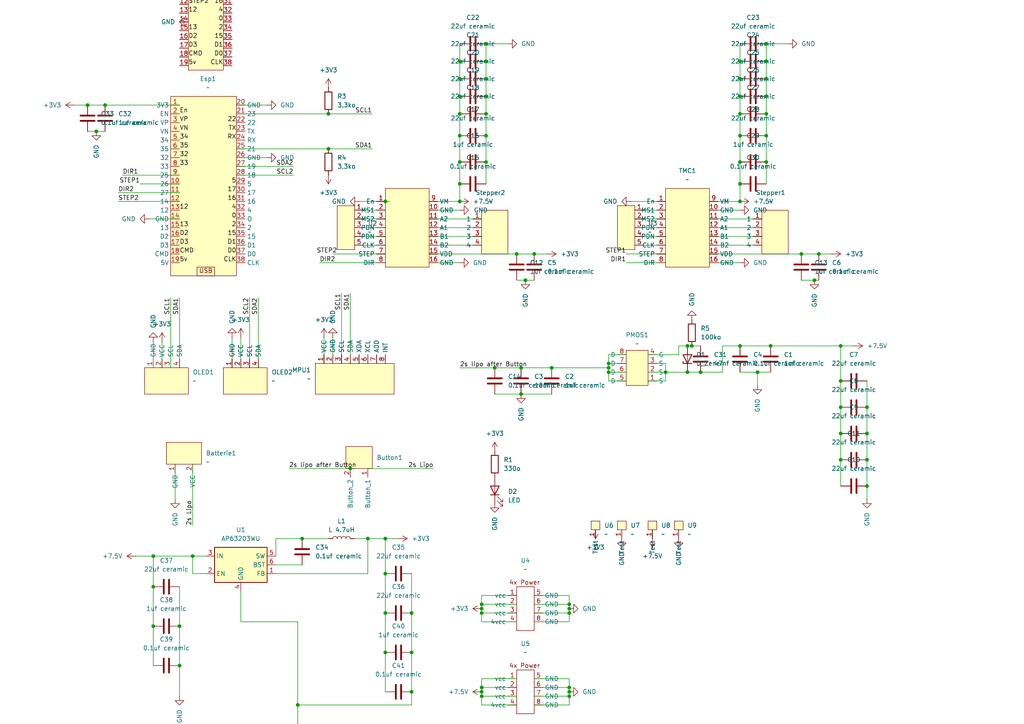
<source format=kicad_sch>
(kicad_sch (version 20250114) (generator "eeschema") (generator_version "9.0")
  (paper "A4")
  (lib_symbols
    (symbol "Device:C" (pin_numbers (hide yes)) (pin_names (offset 0.254))
      (property "Reference" "C" (at 0.635 2.54 0))
      (property "Value" "C" (at 0.635 -2.54 0))
      (symbol "C_1_1"
        (pin passive line (at 0 3.81 270) (length 2.794) (name "~") (number "1"))
        (pin passive line (at 0 -3.81 90) (length 2.794) (name "~") (number "2"))
      )
    )
    (symbol "Device:D_Zener" (pin_numbers (hide yes)) (pin_names (offset 1.016) (hide yes))
      (property "Reference" "D" (at 0 2.54 0))
      (property "Value" "D_Zener" (at 0 -2.54 0))
      (symbol "D_Zener_1_1"
        (pin passive line (at -3.81 0 0) (length 2.54) (name "K") (number "1"))
        (pin passive line (at 3.81 0 180) (length 2.54) (name "A") (number "2"))
      )
    )
    (symbol "Device:L" (pin_numbers (hide yes)) (pin_names (offset 1.016) (hide yes))
      (property "Reference" "L" (at -1.27 0 90))
      (property "Value" "L" (at 1.905 0 90))
      (symbol "L_1_1"
        (pin passive line (at 0 3.81 270) (length 1.27) (name "1") (number "1"))
        (pin passive line (at 0 -3.81 90) (length 1.27) (name "2") (number "2"))
      )
    )
    (symbol "Device:LED" (pin_numbers (hide yes)) (pin_names (offset 1.016) (hide yes))
      (property "Reference" "D" (at 0 2.54 0))
      (property "Value" "LED" (at 0 -2.54 0))
      (symbol "LED_1_1"
        (pin passive line (at -3.81 0 0) (length 2.54) (name "K") (number "1"))
        (pin passive line (at 3.81 0 180) (length 2.54) (name "A") (number "2"))
      )
    )
    (symbol "Device:R" (pin_numbers (hide yes)) (pin_names (offset 0))
      (property "Reference" "R" (at 2.032 0 90))
      (property "Value" "R" (at 0 0 90))
      (symbol "R_1_1"
        (pin passive line (at 0 3.81 270) (length 1.27) (name "~") (number "1"))
        (pin passive line (at 0 -3.81 90) (length 1.27) (name "~") (number "2"))
      )
    )
    (symbol "Regulator_Switching:AP63203WU"
      (property "Reference" "U" (at -7.62 6.35 0))
      (property "Value" "AP63203WU" (at 2.54 6.35 0))
      (symbol "AP63203WU_1_1"
        (pin power_in line (at -10.16 2.54 0) (length 2.54) (name "IN") (number "3"))
        (pin input line (at -10.16 -2.54 0) (length 2.54) (name "EN") (number "2"))
        (pin power_in line (at 0 -7.62 90) (length 2.54) (name "GND") (number "4"))
        (pin output line (at 10.16 2.54 180) (length 2.54) (name "SW") (number "5"))
        (pin passive line (at 10.16 0 180) (length 2.54) (name "BST") (number "6"))
        (pin input line (at 10.16 -2.54 180) (length 2.54) (name "FB") (number "1"))
      )
    )
    (symbol "balancing_stepper_bot_symbol_libary:4xPower"
      (property "Reference" "U" (at 0 0 0))
      (symbol "4xPower_1_1"
        (text "4x Power" (at 2.286 2.54 0) (effects (font (size 1.27 1.27))))
        (pin input line (at 0 -1.27 180) (length 2.54) (name "vcc") (number "1"))
        (pin input line (at 0 -3.81 180) (length 2.54) (name "vcc") (number "2"))
        (pin input line (at 0 -6.35 180) (length 2.54) (name "vcc") (number "3"))
        (pin input line (at 0 -8.89 180) (length 2.54) (name "4vcc") (number "4"))
        (pin input line (at 5.08 -1.27 0) (length 2.54) (name "GND") (number "5"))
        (pin input line (at 5.08 -3.81 0) (length 2.54) (name "GND") (number "6"))
        (pin input line (at 5.08 -6.35 0) (length 2.54) (name "GND") (number "7"))
        (pin input line (at 5.08 -8.89 0) (length 2.54) (name "GND") (number "8"))
      )
    )
    (symbol "balancing_stepper_bot_symbol_libary:Batterie_connector"
      (property "Reference" "Batterie" (at 0 0 0))
      (symbol "Batterie_connector_1_1"
        (pin output line (at -2.54 -3.81 270) (length 2.54) (name "GND") (number "1"))
        (pin output line (at 2.54 -3.81 270) (length 2.54) (name "VCC") (number "2"))
      )
    )
    (symbol "balancing_stepper_bot_symbol_libary:Button_connector"
      (property "Reference" "Button" (at 0 2.032 0))
      (symbol "Button_connector_1_1"
        (pin output line (at -2.54 -2.54 270) (length 2.54) (name "Button_1") (number "1"))
        (pin output line (at 2.54 -2.54 270) (length 2.54) (name "Button_2") (number "2"))
      )
    )
    (symbol "balancing_stepper_bot_symbol_libary:Esp32_connector"
      (property "Reference" "Esp32C" (at 1.524 0 0))
      (symbol "Esp32_connector_1_1"
        (pin input line (at -3.81 -2.54 180) (length 2.54) (name "") (number "1"))
        (pin input line (at -3.81 -5.08 180) (length 2.54) (name "") (number "2"))
        (pin input line (at -3.81 -7.62 180) (length 2.54) (name "") (number "3"))
        (pin input line (at -3.81 -10.16 180) (length 2.54) (name "") (number "4"))
        (pin input line (at -3.81 -12.7 180) (length 2.54) (name "") (number "5"))
        (pin input line (at -3.81 -15.24 180) (length 2.54) (name "") (number "6"))
        (pin input line (at -3.81 -17.78 180) (length 2.54) (name "") (number "7"))
        (pin input line (at -3.81 -20.32 180) (length 2.54) (name "") (number "8"))
        (pin input line (at -3.81 -22.86 180) (length 2.54) (name "") (number "9"))
        (pin input line (at -3.81 -25.4 180) (length 2.54) (name "") (number "10"))
        (pin input line (at -3.81 -27.94 180) (length 2.54) (name "") (number "11"))
        (pin input line (at -3.81 -30.48 180) (length 2.54) (name "") (number "12"))
        (pin input line (at -3.81 -33.02 180) (length 2.54) (name "") (number "13"))
        (pin input line (at -3.81 -35.56 180) (length 2.54) (name "") (number "14"))
        (pin input line (at -3.81 -38.1 180) (length 2.54) (name "") (number "15"))
        (pin input line (at -3.81 -40.64 180) (length 2.54) (name "") (number "16"))
        (pin input line (at -3.81 -43.18 180) (length 2.54) (name "") (number "17"))
        (pin input line (at -3.81 -45.72 180) (length 2.54) (name "") (number "18"))
        (pin input line (at -3.81 -48.26 180) (length 2.54) (name "") (number "19"))
        (pin input line (at 6.35 -2.54 0) (length 2.54) (name "") (number "20"))
        (pin input line (at 6.35 -5.08 0) (length 2.54) (name "") (number "21"))
        (pin input line (at 6.35 -7.62 0) (length 2.54) (name "") (number "22"))
        (pin input line (at 6.35 -10.16 0) (length 2.54) (name "") (number "23"))
        (pin input line (at 6.35 -12.7 0) (length 2.54) (name "") (number "24"))
        (pin input line (at 6.35 -15.24 0) (length 2.54) (name "") (number "25"))
        (pin input line (at 6.35 -17.78 0) (length 2.54) (name "") (number "26"))
        (pin input line (at 6.35 -20.32 0) (length 2.54) (name "") (number "27"))
        (pin input line (at 6.35 -22.86 0) (length 2.54) (name "") (number "28"))
        (pin input line (at 6.35 -25.4 0) (length 2.54) (name "") (number "29"))
        (pin input line (at 6.35 -27.94 0) (length 2.54) (name "") (number "30"))
        (pin input line (at 6.35 -30.48 0) (length 2.54) (name "") (number "31"))
        (pin input line (at 6.35 -33.02 0) (length 2.54) (name "") (number "32"))
        (pin input line (at 6.35 -35.56 0) (length 2.54) (name "") (number "33"))
        (pin input line (at 6.35 -38.1 0) (length 2.54) (name "") (number "34"))
        (pin input line (at 6.35 -40.64 0) (length 2.54) (name "") (number "35"))
        (pin input line (at 6.35 -43.18 0) (length 2.54) (name "") (number "36"))
        (pin input line (at 6.35 -45.72 0) (length 2.54) (name "") (number "37"))
        (pin input line (at 6.35 -48.26 0) (length 2.54) (name "") (number "38"))
      )
    )
    (symbol "balancing_stepper_bot_symbol_libary:Esp32_modul"
      (property "Reference" "Esp32" (at 0 0 0))
      (symbol "Esp32_modul_1_1"
        (text "USB" (at 0 -48.006 0) (effects (font (size 1.27 1.27))))
        (pin input line (at -7.62 0 180) (length 2.54) (name "3V3") (number "1"))
        (pin input line (at -7.62 -2.54 180) (length 2.54) (name "EN") (number "2"))
        (pin input line (at -7.62 -5.08 180) (length 2.54) (name "VP") (number "3"))
        (pin input line (at -7.62 -7.62 180) (length 2.54) (name "VN") (number "4"))
        (pin input line (at -7.62 -10.16 180) (length 2.54) (name "34") (number "5"))
        (pin input line (at -7.62 -12.7 180) (length 2.54) (name "35") (number "6"))
        (pin input line (at -7.62 -15.24 180) (length 2.54) (name "32") (number "7"))
        (pin input line (at -7.62 -17.78 180) (length 2.54) (name "33") (number "8"))
        (pin input line (at -7.62 -20.32 180) (length 2.54) (name "25") (number "9"))
        (pin input line (at -7.62 -22.86 180) (length 2.54) (name "26") (number "10"))
        (pin input line (at -7.62 -25.4 180) (length 2.54) (name "27") (number "11"))
        (pin input line (at -7.62 -27.94 180) (length 2.54) (name "14") (number "12"))
        (pin input line (at -7.62 -30.48 180) (length 2.54) (name "12") (number "13"))
        (pin input line (at -7.62 -33.02 180) (length 2.54) (name "GND") (number "14"))
        (pin input line (at -7.62 -35.56 180) (length 2.54) (name "13") (number "15"))
        (pin input line (at -7.62 -38.1 180) (length 2.54) (name "D2") (number "16"))
        (pin input line (at -7.62 -40.64 180) (length 2.54) (name "D3") (number "17"))
        (pin input line (at -7.62 -43.18 180) (length 2.54) (name "CMD") (number "18"))
        (pin input line (at -7.62 -45.72 180) (length 2.54) (name "5V") (number "19"))
        (pin input line (at 8.89 0 0) (length 2.54) (name "GND") (number "20"))
        (pin input line (at 8.89 -2.54 0) (length 2.54) (name "23") (number "21"))
        (pin input line (at 8.89 -5.08 0) (length 2.54) (name "22") (number "22"))
        (pin input line (at 8.89 -7.62 0) (length 2.54) (name "TX") (number "23"))
        (pin input line (at 8.89 -10.16 0) (length 2.54) (name "RX") (number "24"))
        (pin input line (at 8.89 -12.7 0) (length 2.54) (name "21") (number "25"))
        (pin input line (at 8.89 -15.24 0) (length 2.54) (name "GND") (number "26"))
        (pin input line (at 8.89 -17.78 0) (length 2.54) (name "19") (number "27"))
        (pin input line (at 8.89 -20.32 0) (length 2.54) (name "18") (number "28"))
        (pin input line (at 8.89 -22.86 0) (length 2.54) (name "5") (number "29"))
        (pin input line (at 8.89 -25.4 0) (length 2.54) (name "17") (number "30"))
        (pin input line (at 8.89 -27.94 0) (length 2.54) (name "16") (number "31"))
        (pin input line (at 8.89 -30.48 0) (length 2.54) (name "4") (number "32"))
        (pin input line (at 8.89 -33.02 0) (length 2.54) (name "O") (number "33"))
        (pin input line (at 8.89 -35.56 0) (length 2.54) (name "2") (number "34"))
        (pin input line (at 8.89 -38.1 0) (length 2.54) (name "15") (number "35"))
        (pin input line (at 8.89 -40.64 0) (length 2.54) (name "D1") (number "36"))
        (pin input line (at 8.89 -43.18 0) (length 2.54) (name "D0") (number "37"))
        (pin input line (at 8.89 -45.72 0) (length 2.54) (name "CLK") (number "38"))
      )
    )
    (symbol "balancing_stepper_bot_symbol_libary:MPU6050"
      (property "Reference" "MPU6050" (at 0 1.778 0))
      (symbol "MPU6050_1_1"
        (pin input line (at -8.89 -5.08 270) (length 2.54) (name "VCC") (number "1"))
        (pin input line (at -6.35 -5.08 270) (length 2.54) (name "GND") (number "2"))
        (pin input line (at -3.81 -5.08 270) (length 2.54) (name "SCL") (number "3"))
        (pin input line (at -1.27 -5.08 270) (length 2.54) (name "SDA") (number "4"))
        (pin input line (at 1.27 -5.08 270) (length 2.54) (name "XDA") (number "5"))
        (pin input line (at 3.81 -5.08 270) (length 2.54) (name "XCL") (number "6"))
        (pin input line (at 6.35 -5.08 270) (length 2.54) (name "ADD") (number "7"))
        (pin input line (at 8.89 -5.08 270) (length 2.54) (name "INT") (number "8"))
      )
    )
    (symbol "balancing_stepper_bot_symbol_libary:OLED"
      (property "Reference" "OLED" (at 0 -0.508 0))
      (symbol "OLED_1_1"
        (pin input line (at -3.81 5.08 90) (length 2.54) (name "GND") (number "1"))
        (pin input line (at -1.27 5.08 90) (length 2.54) (name "VCC") (number "2"))
        (pin input line (at 1.27 5.08 90) (length 2.54) (name "SCL") (number "3"))
        (pin input line (at 3.81 5.08 90) (length 2.54) (name "SDA") (number "4"))
      )
    )
    (symbol "balancing_stepper_bot_symbol_libary:PMOS_AO4407A"
      (property "Reference" "PMOS" (at 0.635 -1.905 90))
      (symbol "PMOS_AO4407A_1_1"
        (pin output line (at -1.905 3.175 180) (length 2.54) (name "D") (number "8"))
        (pin output line (at -1.905 0.635 180) (length 2.54) (name "D") (number "7"))
        (pin output line (at -1.905 -1.905 180) (length 2.54) (name "D") (number "6"))
        (pin output line (at -1.905 -4.445 180) (length 2.54) (name "D") (number "5"))
        (pin output line (at 4.445 3.175 0) (length 2.54) (name "G") (number "4"))
        (pin output line (at 4.445 0.635 0) (length 2.54) (name "S") (number "3"))
        (pin output line (at 4.445 -1.905 0) (length 2.54) (name "S") (number "2"))
        (pin output line (at 4.445 -4.445 0) (length 2.54) (name "S") (number "1"))
      )
    )
    (symbol "balancing_stepper_bot_symbol_libary:Stepper"
      (property "Reference" "Stepper" (at 0 0.762 0))
      (symbol "Stepper_1_1"
        (pin input line (at -3.81 -5.08 270) (length 2.54) (name "1") (number "1"))
        (pin input line (at -1.27 -5.08 270) (length 2.54) (name "2") (number "2"))
        (pin input line (at 1.27 -5.08 270) (length 2.54) (name "3") (number "3"))
        (pin input line (at 3.81 -5.08 270) (length 2.54) (name "4") (number "4"))
      )
    )
    (symbol "balancing_stepper_bot_symbol_libary:TMC2209_Stepper_Driver"
      (property "Reference" "TMC2209" (at 0 1.778 0))
      (symbol "TMC2209_Stepper_Driver_1_1"
        (pin input line (at -6.35 0 180) (length 2.54) (name "En") (number "1"))
        (pin input line (at -6.35 -2.54 180) (length 2.54) (name "MS1") (number "2"))
        (pin input line (at -6.35 -5.08 180) (length 2.54) (name "MS2") (number "3"))
        (pin input line (at -6.35 -7.62 180) (length 2.54) (name "PDN") (number "4"))
        (pin input line (at -6.35 -10.16 180) (length 2.54) (name "PDN") (number "5"))
        (pin input line (at -6.35 -12.7 180) (length 2.54) (name "CLK") (number "6"))
        (pin input line (at -6.35 -15.24 180) (length 2.54) (name "STEP") (number "7"))
        (pin input line (at -6.35 -17.78 180) (length 2.54) (name "DIR") (number "8"))
        (pin input line (at 6.35 0 0) (length 2.54) (name "VM") (number "9"))
        (pin input line (at 6.35 -2.54 0) (length 2.54) (name "GND") (number "10"))
        (pin input line (at 6.35 -5.08 0) (length 2.54) (name "A2") (number "11"))
        (pin input line (at 6.35 -7.62 0) (length 2.54) (name "A1") (number "12"))
        (pin input line (at 6.35 -10.16 0) (length 2.54) (name "B1") (number "13"))
        (pin input line (at 6.35 -12.7 0) (length 2.54) (name "B2") (number "14"))
        (pin input line (at 6.35 -15.24 0) (length 2.54) (name "VDD") (number "15"))
        (pin input line (at 6.35 -17.78 0) (length 2.54) (name "GND") (number "16"))
      )
    )
    (symbol "balancing_stepper_bot_symbol_libary:Test_Pad"
      (property "Reference" "U" (at 0 0 0))
      (symbol "Test_Pad_1_1"
        (pin input line (at 0 -1.27 270) (length 2.54) (name "Test") (number "1"))
      )
    )
    (symbol "balancing_stepper_bot_symbol_libary:Tmc_extra_connections"
      (property "Reference" "U" (at 0 0 0))
      (symbol "Tmc_extra_connections_1_1"
        (pin input line (at -3.81 -1.27 90) (length 2.54) (name "") (number "1"))
        (pin input line (at -1.27 -1.27 90) (length 2.54) (name "") (number "2"))
        (pin input line (at 1.27 -1.27 90) (length 2.54) (name "") (number "3"))
        (pin input line (at 3.81 -1.27 90) (length 2.54) (name "") (number "4"))
        (pin input line (at 6.35 -1.27 90) (length 2.54) (name "") (number "5"))
      )
    )
    (symbol "power:+3V3" (power) (pin_numbers (hide yes)) (pin_names (offset 0) (hide yes))
      (property "Value" "+3V3" (at 0 3.556 0))
      (symbol "+3V3_1_1"
        (pin power_in line (at 0 0 90) (length 0) (name "~") (number "1"))
      )
    )
    (symbol "power:+7.5V" (power) (pin_numbers (hide yes)) (pin_names (offset 0) (hide yes))
      (property "Value" "+7.5V" (at 0 3.556 0))
      (symbol "+7.5V_1_1"
        (pin power_in line (at 0 0 90) (length 0) (name "~") (number "1"))
      )
    )
    (symbol "power:GND" (power) (pin_numbers (hide yes)) (pin_names (offset 0) (hide yes))
      (property "Value" "GND" (at 0 -3.81 0))
      (symbol "GND_1_1"
        (pin power_in line (at 0 0 270) (length 0) (name "~") (number "1"))
      )
    )
  )
  (junction (at 52.07 181.61))
  (junction (at 214.63 100.33))
  (junction (at 133.35 53.34))
  (junction (at 139.7 175.26))
  (junction (at 133.35 33.02))
  (junction (at 152.4 81.28))
  (junction (at 30.48 30.48))
  (junction (at 133.35 39.37))
  (junction (at 143.51 106.68))
  (junction (at 160.02 106.68))
  (junction (at 214.63 58.42))
  (junction (at 133.35 22.86))
  (junction (at 111.76 166.37))
  (junction (at 55.88 161.29))
  (junction (at 214.63 39.37))
  (junction (at 243.84 125.73))
  (junction (at 44.45 170.18))
  (junction (at 133.35 58.42))
  (junction (at 222.25 22.86))
  (junction (at 199.39 107.95))
  (junction (at 243.84 133.35))
  (junction (at 251.46 133.35))
  (junction (at 165.1 175.26))
  (junction (at 133.35 46.99))
  (junction (at 214.63 22.86))
  (junction (at 251.46 125.73))
  (junction (at 176.53 107.95))
  (junction (at 106.68 156.21))
  (junction (at 165.1 177.8))
  (junction (at 140.97 39.37))
  (junction (at 236.22 81.28))
  (junction (at 200.66 100.33))
  (junction (at 199.39 100.33))
  (junction (at 111.76 177.8))
  (junction (at 139.7 200.66))
  (junction (at 165.1 199.39))
  (junction (at 176.53 105.41))
  (junction (at 223.52 100.33))
  (junction (at 151.13 106.68))
  (junction (at 165.1 200.66))
  (junction (at 222.25 27.94))
  (junction (at 193.04 107.95))
  (junction (at 140.97 22.86))
  (junction (at 243.84 118.11))
  (junction (at 149.86 73.66))
  (junction (at 251.46 140.97))
  (junction (at 151.13 114.3))
  (junction (at 222.25 39.37))
  (junction (at 237.49 73.66))
  (junction (at 139.7 199.39))
  (junction (at 214.63 46.99))
  (junction (at 119.38 200.66))
  (junction (at 214.63 27.94))
  (junction (at 95.25 33.02))
  (junction (at 219.71 107.95))
  (junction (at 214.63 33.02))
  (junction (at 203.2 107.95))
  (junction (at 140.97 27.94))
  (junction (at 111.76 156.21))
  (junction (at 140.97 17.78))
  (junction (at 101.6 135.89))
  (junction (at 214.63 53.34))
  (junction (at 243.84 100.33))
  (junction (at 111.76 189.23))
  (junction (at 154.94 73.66))
  (junction (at 95.25 43.18))
  (junction (at 165.1 176.53))
  (junction (at 222.25 12.7))
  (junction (at 44.45 181.61))
  (junction (at 111.76 58.42))
  (junction (at 44.45 161.29))
  (junction (at 133.35 17.78))
  (junction (at 27.94 38.1))
  (junction (at 232.41 73.66))
  (junction (at 222.25 17.78))
  (junction (at 119.38 189.23))
  (junction (at 222.25 33.02))
  (junction (at 133.35 27.94))
  (junction (at 140.97 33.02))
  (junction (at 243.84 110.49))
  (junction (at 87.63 156.21))
  (junction (at 139.7 176.53))
  (junction (at 25.4 30.48))
  (junction (at 140.97 46.99))
  (junction (at 251.46 118.11))
  (junction (at 176.53 106.68))
  (junction (at 139.7 177.8))
  (junction (at 222.25 46.99))
  (junction (at 86.36 204.47))
  (junction (at 165.1 201.93))
  (junction (at 140.97 12.7))
  (junction (at 119.38 177.8))
  (junction (at 214.63 17.78))
  (junction (at 139.7 201.93))
  (junction (at 52.07 193.04))
  (wire (pts (xy 149.86 196.85) (xy 139.7 196.85)))
  (wire (pts (xy 52.07 58.42) (xy 34.29 58.42)))
  (wire (pts (xy 222.25 22.86) (xy 222.25 17.78)))
  (wire (pts (xy 133.35 22.86) (xy 133.35 27.94)))
  (wire (pts (xy 199.39 107.95) (xy 203.2 107.95)))
  (wire (pts (xy 165.1 172.72) (xy 165.1 175.26)))
  (wire (pts (xy 124.46 76.2) (xy 133.35 76.2)))
  (wire (pts (xy 232.41 73.66) (xy 237.49 73.66)))
  (wire (pts (xy 106.68 135.89) (xy 125.73 135.89)))
  (wire (pts (xy 80.01 156.21) (xy 87.63 156.21)))
  (wire (pts (xy 209.55 107.95) (xy 209.55 100.33)))
  (wire (pts (xy 243.84 100.33) (xy 223.52 100.33)))
  (wire (pts (xy 140.97 27.94) (xy 140.97 22.86)))
  (wire (pts (xy 25.4 38.1) (xy 27.94 38.1)))
  (wire (pts (xy 106.68 156.21) (xy 111.76 156.21)))
  (wire (pts (xy 55.88 166.37) (xy 59.69 166.37)))
  (wire (pts (xy 176.53 102.87) (xy 176.53 105.41)))
  (wire (pts (xy 209.55 100.33) (xy 214.63 100.33)))
  (wire (pts (xy 119.38 204.47) (xy 119.38 200.66)))
  (wire (pts (xy 205.74 58.42) (xy 214.63 58.42)))
  (wire (pts (xy 154.94 201.93) (xy 165.1 201.93)))
  (wire (pts (xy 52.07 50.8) (xy 35.56 50.8)))
  (wire (pts (xy 196.85 100.33) (xy 196.85 102.87)))
  (wire (pts (xy 133.35 27.94) (xy 133.35 33.02)))
  (wire (pts (xy 154.94 175.26) (xy 165.1 175.26)))
  (wire (pts (xy 96.52 97.79) (xy 96.52 105.41)))
  (wire (pts (xy 64.77 -24.13) (xy 72.39 -24.13)))
  (wire (pts (xy 184.15 71.12) (xy 193.04 71.12)))
  (wire (pts (xy 200.66 100.33) (xy 203.2 100.33)))
  (wire (pts (xy 140.97 39.37) (xy 140.97 33.02)))
  (wire (pts (xy 165.1 177.8) (xy 165.1 176.53)))
  (wire (pts (xy 68.58 43.18) (xy 95.25 43.18)))
  (wire (pts (xy 102.87 135.89) (xy 101.6 135.89)))
  (wire (pts (xy 139.7 200.66) (xy 139.7 201.93)))
  (wire (pts (xy 222.25 39.37) (xy 222.25 33.02)))
  (wire (pts (xy 214.63 46.99) (xy 214.63 53.34)))
  (wire (pts (xy 55.88 161.29) (xy 55.88 166.37)))
  (wire (pts (xy 203.2 107.95) (xy 209.55 107.95)))
  (wire (pts (xy 102.87 63.5) (xy 111.76 63.5)))
  (wire (pts (xy 44.45 161.29) (xy 44.45 170.18)))
  (wire (pts (xy 72.39 86.36) (xy 72.39 106.68)))
  (wire (pts (xy 187.96 110.49) (xy 193.04 110.49)))
  (wire (pts (xy 95.25 43.18) (xy 107.95 43.18)))
  (wire (pts (xy 199.39 100.33) (xy 200.66 100.33)))
  (wire (pts (xy 107.95 33.02) (xy 95.25 33.02)))
  (wire (pts (xy 86.36 204.47) (xy 86.36 209.55)))
  (wire (pts (xy 251.46 133.35) (xy 251.46 140.97)))
  (wire (pts (xy 39.37 161.29) (xy 44.45 161.29)))
  (wire (pts (xy 80.01 161.29) (xy 80.01 156.21)))
  (wire (pts (xy 205.74 76.2) (xy 214.63 76.2)))
  (wire (pts (xy 222.25 17.78) (xy 222.25 12.7)))
  (wire (pts (xy 44.45 161.29) (xy 55.88 161.29)))
  (wire (pts (xy 27.94 38.1) (xy 30.48 38.1)))
  (wire (pts (xy 251.46 140.97) (xy 251.46 144.78)))
  (wire (pts (xy 139.7 180.34) (xy 149.86 180.34)))
  (wire (pts (xy 140.97 33.02) (xy 140.97 27.94)))
  (wire (pts (xy 176.53 107.95) (xy 176.53 106.68)))
  (wire (pts (xy 222.25 53.34) (xy 222.25 46.99)))
  (wire (pts (xy 222.25 46.99) (xy 222.25 39.37)))
  (wire (pts (xy 52.07 30.48) (xy 30.48 30.48)))
  (wire (pts (xy 87.63 156.21) (xy 95.25 156.21)))
  (wire (pts (xy 243.84 133.35) (xy 243.84 140.97)))
  (wire (pts (xy 111.76 189.23) (xy 111.76 200.66)))
  (wire (pts (xy 154.94 204.47) (xy 165.1 204.47)))
  (wire (pts (xy 176.53 107.95) (xy 181.61 107.95)))
  (wire (pts (xy 139.7 172.72) (xy 139.7 175.26)))
  (wire (pts (xy 119.38 166.37) (xy 119.38 177.8)))
  (wire (pts (xy 243.84 125.73) (xy 243.84 133.35)))
  (wire (pts (xy 140.97 53.34) (xy 140.97 46.99)))
  (wire (pts (xy 139.7 176.53) (xy 139.7 177.8)))
  (wire (pts (xy 80.01 163.83) (xy 87.63 163.83)))
  (wire (pts (xy 124.46 71.12) (xy 139.7 71.12)))
  (wire (pts (xy 102.87 156.21) (xy 106.68 156.21)))
  (wire (pts (xy 214.63 100.33) (xy 223.52 100.33)))
  (wire (pts (xy 104.14 58.42) (xy 111.76 58.42)))
  (wire (pts (xy 193.04 107.95) (xy 199.39 107.95)))
  (wire (pts (xy 86.36 204.47) (xy 119.38 204.47)))
  (wire (pts (xy 151.13 106.68) (xy 160.02 106.68)))
  (wire (pts (xy 251.46 110.49) (xy 251.46 118.11)))
  (wire (pts (xy 193.04 105.41) (xy 193.04 107.95)))
  (wire (pts (xy 196.85 153.67) (xy 196.85 156.21)))
  (wire (pts (xy 111.76 156.21) (xy 111.76 166.37)))
  (wire (pts (xy 184.15 68.58) (xy 193.04 68.58)))
  (wire (pts (xy 124.46 60.96) (xy 133.35 60.96)))
  (wire (pts (xy 133.35 106.68) (xy 143.51 106.68)))
  (wire (pts (xy 44.45 181.61) (xy 44.45 193.04)))
  (wire (pts (xy 139.7 196.85) (xy 139.7 199.39)))
  (wire (pts (xy 160.02 106.68) (xy 176.53 106.68)))
  (wire (pts (xy 50.8 134.62) (xy 50.8 144.78)))
  (wire (pts (xy 193.04 110.49) (xy 193.04 107.95)))
  (wire (pts (xy 236.22 81.28) (xy 237.49 81.28)))
  (wire (pts (xy 102.87 66.04) (xy 111.76 66.04)))
  (wire (pts (xy 69.85 171.45) (xy 69.85 180.34)))
  (wire (pts (xy 92.71 76.2) (xy 111.76 76.2)))
  (wire (pts (xy 119.38 200.66) (xy 119.38 189.23)))
  (wire (pts (xy 69.85 180.34) (xy 86.36 180.34)))
  (wire (pts (xy 133.35 12.7) (xy 133.35 17.78)))
  (wire (pts (xy 55.88 161.29) (xy 59.69 161.29)))
  (wire (pts (xy 176.53 105.41) (xy 176.53 106.68)))
  (wire (pts (xy 243.84 100.33) (xy 243.84 110.49)))
  (wire (pts (xy 176.53 110.49) (xy 181.61 110.49)))
  (wire (pts (xy 106.68 166.37) (xy 106.68 156.21)))
  (wire (pts (xy 124.46 66.04) (xy 139.7 66.04)))
  (wire (pts (xy 52.07 55.88) (xy 34.29 55.88)))
  (wire (pts (xy 154.94 73.66) (xy 158.75 73.66)))
  (wire (pts (xy 219.71 111.76) (xy 219.71 107.95)))
  (wire (pts (xy 165.1 204.47) (xy 165.1 201.93)))
  (wire (pts (xy 180.34 153.67) (xy 180.34 156.21)))
  (wire (pts (xy 165.1 199.39) (xy 165.1 200.66)))
  (wire (pts (xy 124.46 73.66) (xy 149.86 73.66)))
  (wire (pts (xy 222.25 33.02) (xy 222.25 27.94)))
  (wire (pts (xy 52.07 181.61) (xy 52.07 193.04)))
  (wire (pts (xy 52.07 170.18) (xy 52.07 181.61)))
  (wire (pts (xy 111.76 58.42) (xy 113.03 58.42)))
  (wire (pts (xy 93.98 97.79) (xy 93.98 105.41)))
  (wire (pts (xy 111.76 177.8) (xy 111.76 189.23)))
  (wire (pts (xy 237.49 73.66) (xy 241.3 73.66)))
  (wire (pts (xy 149.86 73.66) (xy 154.94 73.66)))
  (wire (pts (xy 139.7 201.93) (xy 139.7 204.47)))
  (wire (pts (xy 222.25 27.94) (xy 222.25 22.86)))
  (wire (pts (xy 214.63 53.34) (xy 214.63 58.42)))
  (wire (pts (xy 77.47 45.72) (xy 68.58 45.72)))
  (wire (pts (xy 247.65 100.33) (xy 243.84 100.33)))
  (wire (pts (xy 165.1 180.34) (xy 165.1 177.8)))
  (wire (pts (xy 189.23 153.67) (xy 189.23 156.21)))
  (wire (pts (xy 222.25 12.7) (xy 228.6 12.7)))
  (wire (pts (xy 52.07 53.34) (xy 40.64 53.34)))
  (wire (pts (xy 139.7 199.39) (xy 139.7 200.66)))
  (wire (pts (xy 187.96 107.95) (xy 193.04 107.95)))
  (wire (pts (xy 55.88 134.62) (xy 55.88 152.4)))
  (wire (pts (xy 149.86 81.28) (xy 152.4 81.28)))
  (wire (pts (xy 139.7 175.26) (xy 139.7 176.53)))
  (wire (pts (xy 196.85 102.87) (xy 187.96 102.87)))
  (wire (pts (xy 184.15 63.5) (xy 193.04 63.5)))
  (wire (pts (xy 102.87 68.58) (xy 111.76 68.58)))
  (wire (pts (xy 205.74 60.96) (xy 214.63 60.96)))
  (wire (pts (xy 152.4 81.28) (xy 154.94 81.28)))
  (wire (pts (xy 205.74 71.12) (xy 220.98 71.12)))
  (wire (pts (xy 251.46 125.73) (xy 251.46 133.35)))
  (wire (pts (xy 176.53 110.49) (xy 176.53 107.95)))
  (wire (pts (xy 214.63 12.7) (xy 214.63 17.78)))
  (wire (pts (xy 205.74 73.66) (xy 232.41 73.66)))
  (wire (pts (xy 154.94 196.85) (xy 165.1 196.85)))
  (wire (pts (xy 74.93 86.36) (xy 74.93 106.68)))
  (wire (pts (xy 181.61 105.41) (xy 176.53 105.41)))
  (wire (pts (xy 165.1 175.26) (xy 165.1 176.53)))
  (wire (pts (xy 187.96 105.41) (xy 193.04 105.41)))
  (wire (pts (xy 67.31 97.79) (xy 67.31 106.68)))
  (wire (pts (xy 30.48 30.48) (xy 25.4 30.48)))
  (wire (pts (xy 124.46 63.5) (xy 139.7 63.5)))
  (wire (pts (xy 143.51 114.3) (xy 151.13 114.3)))
  (wire (pts (xy 124.46 58.42) (xy 133.35 58.42)))
  (wire (pts (xy 181.61 73.66) (xy 193.04 73.66)))
  (wire (pts (xy 133.35 17.78) (xy 133.35 22.86)))
  (wire (pts (xy 124.46 68.58) (xy 139.7 68.58)))
  (wire (pts (xy 46.99 99.06) (xy 46.99 106.68)))
  (wire (pts (xy 85.09 48.26) (xy 68.58 48.26)))
  (wire (pts (xy 243.84 118.11) (xy 243.84 125.73)))
  (wire (pts (xy 165.1 196.85) (xy 165.1 199.39)))
  (wire (pts (xy 52.07 193.04) (xy 52.07 201.93)))
  (wire (pts (xy 52.07 86.36) (xy 52.07 106.68)))
  (wire (pts (xy 151.13 114.3) (xy 160.02 114.3)))
  (wire (pts (xy 154.94 172.72) (xy 165.1 172.72)))
  (wire (pts (xy 133.35 53.34) (xy 133.35 58.42)))
  (wire (pts (xy 139.7 204.47) (xy 149.86 204.47)))
  (wire (pts (xy 154.94 180.34) (xy 165.1 180.34)))
  (wire (pts (xy 219.71 107.95) (xy 223.52 107.95)))
  (wire (pts (xy 181.61 102.87) (xy 176.53 102.87)))
  (wire (pts (xy 102.87 60.96) (xy 111.76 60.96)))
  (wire (pts (xy 214.63 39.37) (xy 214.63 46.99)))
  (wire (pts (xy 205.74 68.58) (xy 220.98 68.58)))
  (wire (pts (xy 184.15 60.96) (xy 193.04 60.96)))
  (wire (pts (xy 119.38 189.23) (xy 119.38 177.8)))
  (wire (pts (xy 44.45 170.18) (xy 44.45 181.61)))
  (wire (pts (xy 139.7 199.39) (xy 149.86 199.39)))
  (wire (pts (xy 154.94 177.8) (xy 165.1 177.8)))
  (wire (pts (xy 205.74 63.5) (xy 220.98 63.5)))
  (wire (pts (xy 96.52 73.66) (xy 111.76 73.66)))
  (wire (pts (xy 49.53 86.36) (xy 49.53 106.68)))
  (wire (pts (xy 214.63 33.02) (xy 214.63 39.37)))
  (wire (pts (xy 111.76 166.37) (xy 111.76 177.8)))
  (wire (pts (xy 243.84 110.49) (xy 243.84 118.11)))
  (wire (pts (xy 143.51 106.68) (xy 151.13 106.68)))
  (wire (pts (xy 140.97 12.7) (xy 147.32 12.7)))
  (wire (pts (xy 52.07 63.5) (xy 43.18 63.5)))
  (wire (pts (xy 214.63 27.94) (xy 214.63 33.02)))
  (wire (pts (xy 181.61 76.2) (xy 193.04 76.2)))
  (wire (pts (xy 214.63 17.78) (xy 214.63 22.86)))
  (wire (pts (xy 101.6 85.09) (xy 101.6 105.41)))
  (wire (pts (xy 205.74 66.04) (xy 220.98 66.04)))
  (wire (pts (xy 196.85 100.33) (xy 199.39 100.33)))
  (wire (pts (xy 214.63 107.95) (xy 219.71 107.95)))
  (wire (pts (xy 232.41 81.28) (xy 236.22 81.28)))
  (wire (pts (xy 115.57 156.21) (xy 111.76 156.21)))
  (wire (pts (xy 182.88 58.42) (xy 193.04 58.42)))
  (wire (pts (xy 99.06 85.09) (xy 99.06 105.41)))
  (wire (pts (xy 149.86 201.93) (xy 139.7 201.93)))
  (wire (pts (xy 149.86 172.72) (xy 139.7 172.72)))
  (wire (pts (xy 165.1 201.93) (xy 165.1 200.66)))
  (wire (pts (xy 44.45 99.06) (xy 44.45 106.68)))
  (wire (pts (xy 83.82 135.89) (xy 101.6 135.89)))
  (wire (pts (xy 133.35 39.37) (xy 133.35 46.99)))
  (wire (pts (xy 214.63 22.86) (xy 214.63 27.94)))
  (wire (pts (xy 140.97 17.78) (xy 140.97 12.7)))
  (wire (pts (xy 154.94 199.39) (xy 165.1 199.39)))
  (wire (pts (xy 140.97 46.99) (xy 140.97 39.37)))
  (wire (pts (xy 133.35 33.02) (xy 133.35 39.37)))
  (wire (pts (xy 184.15 66.04) (xy 193.04 66.04)))
  (wire (pts (xy 139.7 175.26) (xy 149.86 175.26)))
  (wire (pts (xy 140.97 22.86) (xy 140.97 17.78)))
  (wire (pts (xy 149.86 177.8) (xy 139.7 177.8)))
  (wire (pts (xy 69.85 97.79) (xy 69.85 106.68)))
  (wire (pts (xy 133.35 46.99) (xy 133.35 53.34)))
  (wire (pts (xy 139.7 177.8) (xy 139.7 180.34)))
  (wire (pts (xy 251.46 118.11) (xy 251.46 125.73)))
  (wire (pts (xy 25.4 30.48) (xy 21.59 30.48)))
  (wire (pts (xy 95.25 33.02) (xy 68.58 33.02)))
  (wire (pts (xy 80.01 166.37) (xy 106.68 166.37)))
  (wire (pts (xy 102.87 71.12) (xy 111.76 71.12)))
  (wire (pts (xy 77.47 30.48) (xy 68.58 30.48)))
  (wire (pts (xy 86.36 180.34) (xy 86.36 204.47)))
  (wire (pts (xy 85.09 50.8) (xy 68.58 50.8)))
  (label "VP" (at 52.07 35.56 0))
  (label "D1" (at 68.58 71.12 180))
  (label "STEP1" (at 181.61 73.66 180))
  (label "34" (at 52.07 40.64 0))
  (label "15" (at 68.58 68.58 180))
  (label "32" (at 54.61 -11.43 0))
  (label "En" (at 52.07 33.02 0))
  (label "RX" (at 68.58 40.64 180))
  (label "35" (at 54.61 -13.97 0))
  (label "DIR1" (at 181.61 76.2 180))
  (label "SDA1" (at 52.07 86.36 270))
  (label "33" (at 52.07 48.26 0))
  (label "16" (at 64.77 1.27 180))
  (label "VP" (at 54.61 -21.59 0))
  (label "STEP2" (at 34.29 58.42 0))
  (label "D2" (at 54.61 11.43 0))
  (label "SCL2" (at 64.77 -6.35 180))
  (label "DIR2" (at 34.29 55.88 0))
  (label "5v" (at 54.61 19.05 0))
  (label "17" (at 64.77 -1.27 180))
  (label "SDA1" (at 107.95 43.18 180))
  (label "SDA2" (at 64.77 -8.89 180))
  (label "VN" (at 54.61 -19.05 0))
  (label "D3" (at 54.61 13.97 0))
  (label "CLK" (at 68.58 76.2 180))
  (label "22" (at 68.58 35.56 180))
  (label "VN" (at 52.07 38.1 0))
  (label "D2" (at 52.07 68.58 0))
  (label "DIR1" (at 35.56 50.8 0))
  (label "D3" (at 52.07 71.12 0))
  (label "32" (at 52.07 45.72 0))
  (label "En" (at 54.61 -24.13 0))
  (label "SDA1" (at 101.6 85.09 270))
  (label "2s lipo after Button" (at 133.35 106.68 0))
  (label "STEP2" (at 54.61 1.27 0))
  (label "2" (at 68.58 66.04 180))
  (label "D1" (at 64.77 13.97 180))
  (label "RX" (at 64.77 -16.51 180))
  (label "STEP1" (at 54.61 -3.81 0))
  (label "TX" (at 64.77 -19.05 180))
  (label "SCL1" (at 49.53 86.36 270))
  (label "22" (at 64.77 -21.59 180))
  (label "DIR1" (at 54.61 -6.35 0))
  (label "CMD" (at 54.61 16.51 0))
  (label "15" (at 64.77 11.43 180))
  (label "DIR2" (at 54.61 -1.27 0))
  (label "SDA2" (at 74.93 86.36 270))
  (label "D0" (at 64.77 16.51 180))
  (label "17" (at 68.58 55.88 180))
  (label "5" (at 64.77 -3.81 180))
  (label "SDA1" (at 64.77 -13.97 180))
  (label "SCL1" (at 72.39 -24.13 180))
  (label "SCL2" (at 85.09 50.8 180))
  (label "33" (at 54.61 -8.89 0))
  (label "SCL1" (at 99.06 85.09 270))
  (label "TX" (at 68.58 38.1 180))
  (label "4" (at 68.58 60.96 180))
  (label "CMD" (at 52.07 73.66 0))
  (label "12" (at 52.07 60.96 0))
  (label "SCL1" (at 107.95 33.02 180))
  (label "34" (at 54.61 -16.51 0))
  (label "4" (at 64.77 3.81 180))
  (label "2s Lipo" (at 125.73 135.89 180))
  (label "5v" (at 52.07 76.2 0))
  (label "35" (at 52.07 43.18 0))
  (label "13" (at 54.61 8.89 0))
  (label "0" (at 64.77 6.35 180))
  (label "12" (at 54.61 3.81 0))
  (label "STEP1" (at 40.64 53.34 180))
  (label "CLK" (at 64.77 19.05 180))
  (label "DIR2" (at 92.71 76.2 0))
  (label "D0" (at 68.58 73.66 180))
  (label "2" (at 64.77 8.89 180))
  (label "2s lipo after Button" (at 83.82 135.89 0))
  (label "0" (at 68.58 63.5 180))
  (label "SCL2" (at 72.39 86.36 270))
  (label "13" (at 52.07 66.04 0))
  (label "SDA2" (at 85.09 48.26 180))
  (label "5" (at 68.58 53.34 180))
  (label "16" (at 68.58 58.42 180))
  (label "STEP2" (at 97.79 73.66 180))
  (label "2s Lipo" (at 55.88 152.4 90))
  (symbol (lib_id "Device:R") (at 200.66 96.52 0) (unit 1)
    (property "Reference" "R5" (at 203.2 95.2499 0) (effects (justify left)))
    (property "Value" "100ko" (at 203.2 97.7899 0) (effects (justify left)))
    (property "Footprint" "Resistor_SMD:R_0805_2012Metric" (effects (hide yes)))
    (property "Description" "Resistor" (effects (hide yes)))
    (property "LCSC" "C96346" (effects (hide yes)))
  )
  (symbol (lib_id "power:GND") (at 64.77 -26.67 90) (mirror x) (unit 1)
    (property "Reference" "#PWR041" (effects (hide yes)))
    (property "Value" "GND" (at 68.58 -26.6699 90) (effects (justify right)))
    (property "Description" "Power symbol creates a global label with name \"GND\" , ground" (effects (hide yes)))
  )
  (symbol (lib_id "balancing_stepper_bot_symbol_libary:TMC2209_Stepper_Driver") (at 118.11 58.42 0) (unit 1)
    (property "Reference" "TMC2" (effects (hide yes)))
    (property "Footprint" "stepperbalancerelectronicsfootprints:TMC2209" (effects (hide yes)))
  )
  (symbol (lib_id "power:GND") (at 133.35 60.96 90) (unit 1)
    (property "Reference" "#PWR07" (effects (hide yes)))
    (property "Value" "GND" (at 137.414 60.96 90) (effects (justify right)))
    (property "Description" "Power symbol creates a global label with name \"GND\" , ground" (effects (hide yes)))
  )
  (symbol (lib_id "power:GND") (at 200.66 92.71 180) (unit 1)
    (property "Reference" "#PWR021" (effects (hide yes)))
    (property "Value" "GND" (at 200.6599 88.9 90) (effects (justify right)))
    (property "Description" "Power symbol creates a global label with name \"GND\" , ground" (effects (hide yes)))
  )
  (symbol (lib_id "balancing_stepper_bot_symbol_libary:TMC2209_Stepper_Driver") (at 199.39 58.42 0) (unit 1)
    (property "Reference" "TMC1" (at 199.39 49.53 0))
    (property "Value" "~" (at 199.39 52.07 0))
    (property "Footprint" "stepperbalancerelectronicsfootprints:TMC2209" (effects (hide yes)))
  )
  (symbol (lib_id "balancing_stepper_bot_symbol_libary:Tmc_extra_connections") (at 185.42 64.77 270) (unit 1)
    (property "Reference" "U3" (at 187.96 64.7699 90) (effects (justify left)))
    (property "Value" "~" (at 187.96 67.3099 90) (effects (justify left)))
    (property "Footprint" "stepperbalancerelectronicsfootprints:Stepper extra connecter" (effects (hide yes)))
  )
  (symbol (lib_id "balancing_stepper_bot_symbol_libary:Tmc_extra_connections") (at 104.14 64.77 270) (unit 1)
    (property "Reference" "U2" (at 106.68 64.7699 90) (effects (justify left)))
    (property "Value" "~" (at 106.68 67.3099 90) (effects (justify left)))
    (property "Footprint" "stepperbalancerelectronicsfootprints:Stepper extra connecter" (effects (hide yes)))
  )
  (symbol (lib_id "power:GND") (at 77.47 30.48 90) (mirror x) (unit 1)
    (property "Reference" "#PWR01" (effects (hide yes)))
    (property "Value" "GND" (at 81.28 30.4801 90) (effects (justify right)))
    (property "Description" "Power symbol creates a global label with name \"GND\" , ground" (effects (hide yes)))
  )
  (symbol (lib_id "Device:C") (at 218.44 27.94 90) (unit 1)
    (property "Reference" "C26" (at 218.44 20.32 90))
    (property "Value" "22uf ceramic" (at 218.44 22.86 90))
    (property "Footprint" "Capacitor_SMD:C_0805_2012Metric" (effects (hide yes)))
    (property "Description" "Unpolarized capacitor" (effects (hide yes)))
    (property "LCSC" "C602037" (effects (hide yes)))
  )
  (symbol (lib_id "Device:C") (at 247.65 133.35 90) (unit 1)
    (property "Reference" "C11" (at 247.65 125.73 90))
    (property "Value" "22uf ceramic" (at 247.65 128.27 90))
    (property "Footprint" "Capacitor_SMD:C_0805_2012Metric" (effects (hide yes)))
    (property "Description" "Unpolarized capacitor" (effects (hide yes)))
    (property "LCSC" "C602037" (effects (hide yes)))
  )
  (symbol (lib_id "power:GND") (at 64.77 -11.43 90) (mirror x) (unit 1)
    (property "Reference" "#PWR043" (effects (hide yes)))
    (property "Value" "GND" (at 68.58 -11.4299 90) (effects (justify right)))
    (property "Description" "Power symbol creates a global label with name \"GND\" , ground" (effects (hide yes)))
  )
  (symbol (lib_id "Device:C") (at 48.26 193.04 90) (unit 1)
    (property "Reference" "C39" (at 48.26 185.42 90))
    (property "Value" "0.1uf ceramic" (at 48.26 187.96 90))
    (property "Footprint" "Capacitor_SMD:C_0805_2012Metric" (effects (hide yes)))
    (property "Description" "Unpolarized capacitor" (effects (hide yes)))
    (property "LCSC" "C476766" (effects (hide yes)))
  )
  (symbol (lib_id "Device:C") (at 247.65 110.49 90) (unit 1)
    (property "Reference" "C7" (at 247.65 102.87 90))
    (property "Value" "22uf ceramic" (at 247.65 105.41 90))
    (property "Footprint" "Capacitor_SMD:C_0805_2012Metric" (effects (hide yes)))
    (property "Description" "Unpolarized capacitor" (effects (hide yes)))
    (property "LCSC" "C602037" (effects (hide yes)))
  )
  (symbol (lib_id "power:GND") (at 67.31 97.79 180) (unit 1)
    (property "Reference" "#PWR03" (effects (hide yes)))
    (property "Value" "GND" (at 67.3099 93.98 90) (effects (justify right)))
    (property "Description" "Power symbol creates a global label with name \"GND\" , ground" (effects (hide yes)))
  )
  (symbol (lib_id "power:+3V3") (at 143.51 130.81 0) (mirror y) (unit 1)
    (property "Reference" "#PWR030" (effects (hide yes)))
    (property "Value" "+3V3" (at 143.51 125.73 0))
    (property "Description" "Power symbol creates a global label with name \"+3V3\"" (effects (hide yes)))
  )
  (symbol (lib_id "Device:C") (at 137.16 46.99 270) (unit 1)
    (property "Reference" "C16" (at 137.16 39.37 90))
    (property "Value" "1uf ceramic" (at 137.16 41.91 90))
    (property "Footprint" "Capacitor_SMD:C_0805_2012Metric" (effects (hide yes)))
    (property "Description" "Unpolarized capacitor" (effects (hide yes)))
    (property "LCSC" "C28323" (effects (hide yes)))
  )
  (symbol (lib_id "power:GND") (at 214.63 60.96 90) (unit 1)
    (property "Reference" "#PWR06" (effects (hide yes)))
    (property "Value" "GND" (at 218.44 60.9599 90) (effects (justify right)))
    (property "Description" "Power symbol creates a global label with name \"GND\" , ground" (effects (hide yes)))
  )
  (symbol (lib_id "power:GND") (at 165.1 176.53 90) (unit 1)
    (property "Reference" "#PWR044" (effects (hide yes)))
    (property "Value" "GND" (at 168.91 176.5299 90) (effects (justify right)))
    (property "Description" "Power symbol creates a global label with name \"GND\" , ground" (effects (hide yes)))
  )
  (symbol (lib_id "Device:C") (at 137.16 22.86 90) (unit 1)
    (property "Reference" "C20" (at 137.16 15.24 90))
    (property "Value" "22uf ceramic" (at 137.16 17.78 90))
    (property "Footprint" "Capacitor_SMD:C_0805_2012Metric" (effects (hide yes)))
    (property "Description" "Unpolarized capacitor" (effects (hide yes)))
    (property "LCSC" "C602037" (effects (hide yes)))
  )
  (symbol (lib_id "power:GND") (at 27.94 38.1 0) (mirror y) (unit 1)
    (property "Reference" "#PWR031" (effects (hide yes)))
    (property "Value" "GND" (at 27.9399 41.91 90) (effects (justify right)))
    (property "Description" "Power symbol creates a global label with name \"GND\" , ground" (effects (hide yes)))
  )
  (symbol (lib_id "Device:C") (at 115.57 166.37 90) (unit 1)
    (property "Reference" "C35" (at 115.57 158.75 90))
    (property "Value" "22uf ceramic" (at 115.57 161.29 90))
    (property "Footprint" "Capacitor_SMD:C_0805_2012Metric" (effects (hide yes)))
    (property "Description" "Unpolarized capacitor" (effects (hide yes)))
    (property "LCSC" "C602037" (effects (hide yes)))
  )
  (symbol (lib_id "power:GND") (at 52.07 201.93 0) (unit 1)
    (property "Reference" "#PWR038" (effects (hide yes)))
    (property "Value" "GND" (at 52.0701 205.74 90) (effects (justify right)))
    (property "Description" "Power symbol creates a global label with name \"GND\" , ground" (effects (hide yes)))
  )
  (symbol (lib_id "power:GND") (at 228.6 12.7 90) (unit 1)
    (property "Reference" "#PWR039" (effects (hide yes)))
    (property "Value" "GND" (at 232.41 12.6999 90) (effects (justify right)))
    (property "Description" "Power symbol creates a global label with name \"GND\" , ground" (effects (hide yes)))
  )
  (symbol (lib_id "Regulator_Switching:AP63203WU") (at 69.85 163.83 0) (unit 1)
    (property "Reference" "U1" (at 69.85 153.67 0))
    (property "Value" "AP63203WU" (at 69.85 156.21 0))
    (property "Footprint" "Package_TO_SOT_SMD:TSOT-23-6" (effects (hide yes)))
    (property "Datasheet" "https://www.diodes.com/assets/Datasheets/AP63200-AP63201-AP63203-AP63205.pdf" (effects (hide yes)))
    (property "Description" "2A, 1.1MHz Buck DC/DC Converter, fixed 3.3V output voltage, TSOT-23-6" (effects (hide yes)))
    (property "LCSC" "C780769" (effects (hide yes)))
  )
  (symbol (lib_id "Device:R") (at 95.25 46.99 0) (unit 1)
    (property "Reference" "R4" (at 97.79 45.7199 0) (effects (justify left)))
    (property "Value" "3,3ko" (at 97.79 48.2599 0) (effects (justify left)))
    (property "Footprint" "Resistor_SMD:R_0805_2012Metric" (effects (hide yes)))
    (property "Description" "Resistor" (effects (hide yes)))
    (property "LCSC" "C2907250" (effects (hide yes)))
  )
  (symbol (lib_id "power:+7.5V") (at 133.35 58.42 270) (unit 1)
    (property "Reference" "#PWR018" (effects (hide yes)))
    (property "Value" "+7.5V" (at 137.16 58.4199 90) (effects (justify left)))
    (property "Description" "Power symbol creates a global label with name \"+7.5V\"" (effects (hide yes)))
  )
  (symbol (lib_id "Device:C") (at 48.26 170.18 270) (unit 1)
    (property "Reference" "C37" (at 48.26 162.56 90))
    (property "Value" "22uf ceramic" (at 48.26 165.1 90))
    (property "Footprint" "Capacitor_SMD:C_0805_2012Metric" (effects (hide yes)))
    (property "Description" "Unpolarized capacitor" (effects (hide yes)))
    (property "LCSC" "C602037" (effects (hide yes)))
  )
  (symbol (lib_id "power:GND") (at 152.4 81.28 0) (unit 1)
    (property "Reference" "#PWR027" (effects (hide yes)))
    (property "Value" "GND" (at 152.4001 85.09 90) (effects (justify right)))
    (property "Description" "Power symbol creates a global label with name \"GND\" , ground" (effects (hide yes)))
  )
  (symbol (lib_id "balancing_stepper_bot_symbol_libary:MPU6050") (at 102.87 110.49 0) (mirror x) (unit 1)
    (property "Reference" "MPU1" (at 90.17 107.3149 0) (effects (justify right)))
    (property "Value" "~" (at 90.17 109.8549 0) (effects (justify right)))
    (property "Footprint" "stepperbalancerelectronicsfootprints:MPU6050" (effects (hide yes)))
  )
  (symbol (lib_id "power:GND") (at 151.13 114.3 0) (unit 1)
    (property "Reference" "#PWR026" (effects (hide yes)))
    (property "Value" "GND" (at 151.1301 118.11 90) (effects (justify right)))
    (property "Description" "Power symbol creates a global label with name \"GND\" , ground" (effects (hide yes)))
  )
  (symbol (lib_id "power:GND") (at 143.51 146.05 0) (unit 1)
    (property "Reference" "#PWR024" (effects (hide yes)))
    (property "Value" "GND" (at 143.5101 149.86 90) (effects (justify right)))
    (property "Description" "Power symbol creates a global label with name \"GND\" , ground" (effects (hide yes)))
  )
  (symbol (lib_id "Device:C") (at 25.4 34.29 0) (unit 1)
    (property "Reference" "C33" (at 29.21 33.0199 0) (effects (justify left)))
    (property "Value" "0.1uf ceramic" (at 29.21 35.5599 0) (effects (justify left)))
    (property "Footprint" "Capacitor_SMD:C_0805_2012Metric" (effects (hide yes)))
    (property "Description" "Unpolarized capacitor" (effects (hide yes)))
    (property "LCSC" "C476766" (effects (hide yes)))
  )
  (symbol (lib_id "balancing_stepper_bot_symbol_libary:OLED") (at 71.12 111.76 0) (unit 1)
    (property "Reference" "OLED2" (at 78.74 107.9499 0) (effects (justify left)))
    (property "Value" "~" (at 78.74 110.4899 0) (effects (justify left)))
    (property "Footprint" "stepperbalancerelectronicsfootprints:OLED" (effects (hide yes)))
  )
  (symbol (lib_id "power:GND") (at 182.88 58.42 270) (unit 1)
    (property "Reference" "#PWR019" (effects (hide yes)))
    (property "Value" "GND" (at 179.07 58.4201 90) (effects (justify right)))
    (property "Description" "Power symbol creates a global label with name \"GND\" , ground" (effects (hide yes)))
  )
  (symbol (lib_id "power:GND") (at 165.1 200.66 90) (unit 1)
    (property "Reference" "#PWR047" (effects (hide yes)))
    (property "Value" "GND" (at 168.91 200.6599 90) (effects (justify right)))
    (property "Description" "Power symbol creates a global label with name \"GND\" , ground" (effects (hide yes)))
  )
  (symbol (lib_id "balancing_stepper_bot_symbol_libary:Esp32_connector") (at 58.42 -29.21 0) (unit 1)
    (property "Reference" "Esp32C1" (at 59.69 -34.29 0))
    (property "Value" "~" (at 59.69 -31.75 0))
    (property "Footprint" "stepperbalancerelectronicsfootprints:ESP breakouts" (effects (hide yes)))
  )
  (symbol (lib_id "power:GND") (at 147.32 12.7 90) (unit 1)
    (property "Reference" "#PWR029" (effects (hide yes)))
    (property "Value" "GND" (at 151.13 12.6999 90) (effects (justify right)))
    (property "Description" "Power symbol creates a global label with name \"GND\" , ground" (effects (hide yes)))
  )
  (symbol (lib_id "balancing_stepper_bot_symbol_libary:Stepper") (at 226.06 67.31 270) (unit 1)
    (property "Reference" "Stepper1" (at 223.52 55.88 90))
    (property "Value" "~" (at 223.52 58.42 90))
    (property "Footprint" "stepperbalancerelectronicsfootprints:Stepper" (effects (hide yes)))
  )
  (symbol (lib_id "Device:C") (at 115.57 200.66 90) (unit 1)
    (property "Reference" "C41" (at 115.57 193.04 90))
    (property "Value" "0.1uf ceramic" (at 115.57 195.58 90))
    (property "Footprint" "Capacitor_SMD:C_0805_2012Metric" (effects (hide yes)))
    (property "Description" "Unpolarized capacitor" (effects (hide yes)))
    (property "LCSC" "C476766" (effects (hide yes)))
  )
  (symbol (lib_id "Device:C") (at 48.26 181.61 270) (unit 1)
    (property "Reference" "C38" (at 48.26 173.99 90))
    (property "Value" "1uf ceramic" (at 48.26 176.53 90))
    (property "Footprint" "Capacitor_SMD:C_0805_2012Metric" (effects (hide yes)))
    (property "Description" "Unpolarized capacitor" (effects (hide yes)))
    (property "LCSC" "C28323" (effects (hide yes)))
  )
  (symbol (lib_id "power:GND") (at 104.14 58.42 270) (unit 1)
    (property "Reference" "#PWR020" (effects (hide yes)))
    (property "Value" "GND" (at 100.33 58.4201 90) (effects (justify right)))
    (property "Description" "Power symbol creates a global label with name \"GND\" , ground" (effects (hide yes)))
  )
  (symbol (lib_id "Device:D_Zener") (at 199.39 104.14 90) (unit 1)
    (property "Reference" "D1" (at 201.93 102.8699 90) (effects (justify right)))
    (property "Value" "D_Zener" (at 201.93 105.4099 90) (effects (justify right)))
    (property "Footprint" "Diode_SMD:D_SOD-123" (effects (hide yes)))
    (property "Description" "Zener diode" (effects (hide yes)))
    (property "LCSC" "C21570" (effects (hide yes)))
  )
  (symbol (lib_id "balancing_stepper_bot_symbol_libary:4xPower") (at 149.86 195.58 0) (unit 1)
    (property "Reference" "U5" (at 152.4 186.69 0))
    (property "Value" "~" (at 152.4 189.23 0))
    (property "Footprint" "stepperbalancerelectronicsfootprints:4x Power" (effects (hide yes)))
  )
  (symbol (lib_id "balancing_stepper_bot_symbol_libary:Test_Pad") (at 189.23 152.4 0) (unit 1)
    (property "Reference" "U8" (at 191.77 152.3999 0) (effects (justify left)))
    (property "Value" "~" (at 191.77 154.9399 0) (effects (justify left)))
    (property "Footprint" "stepperbalancerelectronicsfootprints:Test Pad" (effects (hide yes)))
  )
  (symbol (lib_id "Device:C") (at 149.86 77.47 180) (unit 1)
    (property "Reference" "C12" (at 153.67 76.1999 0) (effects (justify right)))
    (property "Value" "1uf ceramic" (at 153.67 78.7399 0) (effects (justify right)))
    (property "Footprint" "Capacitor_SMD:C_0805_2012Metric" (effects (hide yes)))
    (property "Description" "Unpolarized capacitor" (effects (hide yes)))
    (property "LCSC" "C28323" (effects (hide yes)))
  )
  (symbol (lib_id "Device:C") (at 232.41 77.47 180) (unit 1)
    (property "Reference" "C13" (at 236.22 76.1999 0) (effects (justify right)))
    (property "Value" "1uf ceramic" (at 236.22 78.7399 0) (effects (justify right)))
    (property "Footprint" "Capacitor_SMD:C_0805_2012Metric" (effects (hide yes)))
    (property "Description" "Unpolarized capacitor" (effects (hide yes)))
    (property "LCSC" "C28323" (effects (hide yes)))
  )
  (symbol (lib_id "power:GND") (at 180.34 156.21 0) (unit 1)
    (property "Reference" "#PWR048" (effects (hide yes)))
    (property "Value" "GND" (at 180.3401 160.02 90) (effects (justify right)))
    (property "Description" "Power symbol creates a global label with name \"GND\" , ground" (effects (hide yes)))
  )
  (symbol (lib_id "power:+7.5V") (at 139.7 200.66 90) (unit 1)
    (property "Reference" "#PWR046" (effects (hide yes)))
    (property "Value" "+7.5V" (at 135.89 200.6599 90) (effects (justify left)))
    (property "Description" "Power symbol creates a global label with name \"+7.5V\"" (effects (hide yes)))
  )
  (symbol (lib_id "balancing_stepper_bot_symbol_libary:4xPower") (at 149.86 171.45 0) (unit 1)
    (property "Reference" "U4" (at 152.4 162.56 0))
    (property "Value" "~" (at 152.4 165.1 0))
    (property "Footprint" "stepperbalancerelectronicsfootprints:4x Power" (effects (hide yes)))
  )
  (symbol (lib_id "balancing_stepper_bot_symbol_libary:PMOS_AO4407A") (at 183.515 106.045 0) (unit 1)
    (property "Reference" "PMOS1" (at 184.785 97.155 0))
    (property "Value" "~" (at 184.785 99.695 0))
    (property "Footprint" "Package_SO:SOIC-8_5.3x5.3mm_P1.27mm" (effects (hide yes)))
    (property "LCSC" "C146318" (effects (hide yes)))
  )
  (symbol (lib_id "power:+3V3") (at 46.99 99.06 0) (unit 1)
    (property "Reference" "#PWR014" (effects (hide yes)))
    (property "Value" "+3V3" (at 46.99 93.98 0))
    (property "Description" "Power symbol creates a global label with name \"+3V3\"" (effects (hide yes)))
  )
  (symbol (lib_id "power:+3V3") (at 93.98 97.79 0) (unit 1)
    (property "Reference" "#PWR016" (effects (hide yes)))
    (property "Value" "+3V3" (at 93.98 92.71 0))
    (property "Description" "Power symbol creates a global label with name \"+3V3\"" (effects (hide yes)))
  )
  (symbol (lib_id "balancing_stepper_bot_symbol_libary:Esp32_modul") (at 59.69 30.48 0) (unit 1)
    (property "Reference" "Esp1" (at 60.325 22.86 0))
    (property "Value" "~" (at 60.325 25.4 0))
    (property "Footprint" "stepperbalancerelectronicsfootprints:ESP32" (effects (hide yes)))
  )
  (symbol (lib_id "power:+3V3") (at 54.61 -26.67 90) (mirror x) (unit 1)
    (property "Reference" "#PWR040" (effects (hide yes)))
    (property "Value" "+3V3" (at 50.8 -26.6701 90) (effects (justify left)))
    (property "Description" "Power symbol creates a global label with name \"+3V3\"" (effects (hide yes)))
  )
  (symbol (lib_id "Device:C") (at 218.44 17.78 90) (unit 1)
    (property "Reference" "C24" (at 218.44 10.16 90))
    (property "Value" "22uf ceramic" (at 218.44 12.7 90))
    (property "Footprint" "Capacitor_SMD:C_0805_2012Metric" (effects (hide yes)))
    (property "Description" "Unpolarized capacitor" (effects (hide yes)))
    (property "LCSC" "C602037" (effects (hide yes)))
  )
  (symbol (lib_id "power:+3V3") (at 69.85 97.79 0) (unit 1)
    (property "Reference" "#PWR015" (effects (hide yes)))
    (property "Value" "+3V3" (at 69.85 92.71 0))
    (property "Description" "Power symbol creates a global label with name \"+3V3\"" (effects (hide yes)))
  )
  (symbol (lib_id "power:GND") (at 236.22 81.28 0) (unit 1)
    (property "Reference" "#PWR025" (effects (hide yes)))
    (property "Value" "GND" (at 236.2201 85.09 90) (effects (justify right)))
    (property "Description" "Power symbol creates a global label with name \"GND\" , ground" (effects (hide yes)))
  )
  (symbol (lib_id "Device:LED") (at 143.51 142.24 90) (unit 1)
    (property "Reference" "D2" (at 147.32 142.5574 90) (effects (justify right)))
    (property "Value" "LED" (at 147.32 145.0974 90) (effects (justify right)))
    (property "Footprint" "LED_SMD:LED_0805_2012Metric" (effects (hide yes)))
    (property "Description" "Light emitting diode" (effects (hide yes)))
    (property "Sim.Pins" "1=K 2=A" (effects (hide yes)))
    (property "LCSC" "C19273154" (effects (hide yes)))
  )
  (symbol (lib_id "Device:C") (at 137.16 33.02 90) (unit 1)
    (property "Reference" "C18" (at 137.16 25.4 90))
    (property "Value" "22uf ceramic" (at 137.16 27.94 90))
    (property "Footprint" "Capacitor_SMD:C_0805_2012Metric" (effects (hide yes)))
    (property "Description" "Unpolarized capacitor" (effects (hide yes)))
    (property "LCSC" "C602037" (effects (hide yes)))
  )
  (symbol (lib_id "Device:C") (at 154.94 77.47 0) (unit 1)
    (property "Reference" "C5" (at 158.75 76.1999 0) (effects (justify left)))
    (property "Value" "0.1uf ceramic" (at 158.75 78.7399 0) (effects (justify left)))
    (property "Footprint" "Capacitor_SMD:C_0805_2012Metric" (effects (hide yes)))
    (property "Description" "Unpolarized capacitor" (effects (hide yes)))
    (property "LCSC" "C476766" (effects (hide yes)))
  )
  (symbol (lib_id "power:+7.5V") (at 39.37 161.29 90) (unit 1)
    (property "Reference" "#PWR035" (effects (hide yes)))
    (property "Value" "+7.5V" (at 35.56 161.2899 90) (effects (justify left)))
    (property "Description" "Power symbol creates a global label with name \"+7.5V\"" (effects (hide yes)))
  )
  (symbol (lib_id "Device:C") (at 137.16 53.34 90) (unit 1)
    (property "Reference" "C15" (at 137.16 45.72 90))
    (property "Value" "0.1uf ceramic" (at 137.16 48.26 90))
    (property "Footprint" "Capacitor_SMD:C_0805_2012Metric" (effects (hide yes)))
    (property "Description" "Unpolarized capacitor" (effects (hide yes)))
    (property "LCSC" "C476766" (effects (hide yes)))
  )
  (symbol (lib_id "balancing_stepper_bot_symbol_libary:Test_Pad") (at 172.72 152.4 0) (unit 1)
    (property "Reference" "U6" (at 175.26 152.3999 0) (effects (justify left)))
    (property "Value" "~" (at 175.26 154.9399 0) (effects (justify left)))
    (property "Footprint" "stepperbalancerelectronicsfootprints:Test Pad" (effects (hide yes)))
  )
  (symbol (lib_id "balancing_stepper_bot_symbol_libary:Button_connector") (at 104.14 133.35 0) (mirror y) (unit 1)
    (property "Reference" "Button1" (at 109.22 132.7149 0) (effects (justify right)))
    (property "Value" "~" (at 109.22 135.2549 0) (effects (justify right)))
    (property "Footprint" "stepperbalancerelectronicsfootprints:Button_connector" (effects (hide yes)))
  )
  (symbol (lib_id "balancing_stepper_bot_symbol_libary:Batterie_connector") (at 53.34 130.81 0) (unit 1)
    (property "Reference" "Batterie1" (at 59.69 131.4449 0) (effects (justify left)))
    (property "Value" "~" (at 59.69 133.9849 0) (effects (justify left)))
    (property "Footprint" "stepperbalancerelectronicsfootprints:Batterie" (effects (hide yes)))
  )
  (symbol (lib_id "Device:C") (at 218.44 33.02 90) (unit 1)
    (property "Reference" "C27" (at 218.44 25.4 90))
    (property "Value" "22uf ceramic" (at 218.44 27.94 90))
    (property "Footprint" "Capacitor_SMD:C_0805_2012Metric" (effects (hide yes)))
    (property "Description" "Unpolarized capacitor" (effects (hide yes)))
    (property "LCSC" "C602037" (effects (hide yes)))
  )
  (symbol (lib_id "Device:C") (at 223.52 104.14 0) (unit 1)
    (property "Reference" "C1" (at 227.33 102.8699 0) (effects (justify left)))
    (property "Value" "1uf ceramic" (at 227.33 105.4099 0) (effects (justify left)))
    (property "Footprint" "Capacitor_SMD:C_0805_2012Metric" (effects (hide yes)))
    (property "Description" "Unpolarized capacitor" (effects (hide yes)))
    (property "LCSC" "C28323" (effects (hide yes)))
  )
  (symbol (lib_id "power:GND") (at 251.46 144.78 0) (unit 1)
    (property "Reference" "#PWR028" (effects (hide yes)))
    (property "Value" "GND" (at 251.4601 148.59 90) (effects (justify right)))
    (property "Description" "Power symbol creates a global label with name \"GND\" , ground" (effects (hide yes)))
  )
  (symbol (lib_id "Device:C") (at 247.65 125.73 90) (unit 1)
    (property "Reference" "C9" (at 247.65 118.11 90))
    (property "Value" "22uf ceramic" (at 247.65 120.65 90))
    (property "Footprint" "Capacitor_SMD:C_0805_2012Metric" (effects (hide yes)))
    (property "Description" "Unpolarized capacitor" (effects (hide yes)))
    (property "LCSC" "C602037" (effects (hide yes)))
  )
  (symbol (lib_id "Device:C") (at 218.44 22.86 90) (unit 1)
    (property "Reference" "C25" (at 218.44 15.24 90))
    (property "Value" "22uf ceramic" (at 218.44 17.78 90))
    (property "Footprint" "Capacitor_SMD:C_0805_2012Metric" (effects (hide yes)))
    (property "Description" "Unpolarized capacitor" (effects (hide yes)))
    (property "LCSC" "C602037" (effects (hide yes)))
  )
  (symbol (lib_id "Device:C") (at 160.02 110.49 180) (unit 1)
    (property "Reference" "C2" (at 163.83 109.2199 0) (effects (justify right)))
    (property "Value" "1uf ceramic" (at 163.83 111.7599 0) (effects (justify right)))
    (property "Footprint" "Capacitor_SMD:C_0805_2012Metric" (effects (hide yes)))
    (property "Description" "Unpolarized capacitor" (effects (hide yes)))
    (property "LCSC" "C28323" (effects (hide yes)))
  )
  (symbol (lib_id "Device:R") (at 143.51 134.62 0) (unit 1)
    (property "Reference" "R1" (at 146.05 133.3499 0) (effects (justify left)))
    (property "Value" "330o" (at 146.05 135.8899 0) (effects (justify left)))
    (property "Footprint" "Resistor_SMD:R_0805_2012Metric" (effects (hide yes)))
    (property "Description" "Resistor" (effects (hide yes)))
    (property "LCSC" "C17630" (effects (hide yes)))
  )
  (symbol (lib_id "power:+3V3") (at 158.75 73.66 270) (unit 1)
    (property "Reference" "#PWR013" (effects (hide yes)))
    (property "Value" "+3V3" (at 162.56 73.6599 90) (effects (justify left)))
    (property "Description" "Power symbol creates a global label with name \"+3V3\"" (effects (hide yes)))
  )
  (symbol (lib_id "Device:C") (at 218.44 12.7 90) (unit 1)
    (property "Reference" "C23" (at 218.44 5.08 90))
    (property "Value" "22uf ceramic" (at 218.44 7.62 90))
    (property "Footprint" "Capacitor_SMD:C_0805_2012Metric" (effects (hide yes)))
    (property "Description" "Unpolarized capacitor" (effects (hide yes)))
    (property "LCSC" "C602037" (effects (hide yes)))
  )
  (symbol (lib_id "power:+3V3") (at 172.72 153.67 0) (mirror x) (unit 1)
    (property "Reference" "#PWR049" (effects (hide yes)))
    (property "Value" "+3V3" (at 172.72 158.75 0))
    (property "Description" "Power symbol creates a global label with name \"+3V3\"" (effects (hide yes)))
  )
  (symbol (lib_id "Device:C") (at 214.63 104.14 0) (unit 1)
    (property "Reference" "C4" (at 218.44 102.8699 0) (effects (justify left)))
    (property "Value" "0.1uf ceramic" (at 218.44 105.4099 0) (effects (justify left)))
    (property "Footprint" "Capacitor_SMD:C_0805_2012Metric" (effects (hide yes)))
    (property "Description" "Unpolarized capacitor" (effects (hide yes)))
    (property "LCSC" "C476766" (effects (hide yes)))
  )
  (symbol (lib_id "power:+7.5V") (at 189.23 156.21 180) (unit 1)
    (property "Reference" "#PWR051" (effects (hide yes)))
    (property "Value" "+7.5V" (at 189.23 161.29 0))
    (property "Description" "Power symbol creates a global label with name \"+7.5V\"" (effects (hide yes)))
  )
  (symbol (lib_id "power:+3V3") (at 115.57 156.21 270) (mirror x) (unit 1)
    (property "Reference" "#PWR036" (effects (hide yes)))
    (property "Value" "+3V3" (at 119.38 156.2099 90) (effects (justify left)))
    (property "Description" "Power symbol creates a global label with name \"+3V3\"" (effects (hide yes)))
  )
  (symbol (lib_id "Device:C") (at 218.44 46.99 270) (unit 1)
    (property "Reference" "C29" (at 218.44 39.37 90))
    (property "Value" "1uf ceramic" (at 218.44 41.91 90))
    (property "Footprint" "Capacitor_SMD:C_0805_2012Metric" (effects (hide yes)))
    (property "Description" "Unpolarized capacitor" (effects (hide yes)))
    (property "LCSC" "C28323" (effects (hide yes)))
  )
  (symbol (lib_id "balancing_stepper_bot_symbol_libary:Test_Pad") (at 180.34 152.4 0) (unit 1)
    (property "Reference" "U7" (at 182.88 152.3999 0) (effects (justify left)))
    (property "Value" "~" (at 182.88 154.9399 0) (effects (justify left)))
    (property "Footprint" "stepperbalancerelectronicsfootprints:Test Pad" (effects (hide yes)))
  )
  (symbol (lib_id "balancing_stepper_bot_symbol_libary:Stepper") (at 144.78 67.31 270) (unit 1)
    (property "Reference" "Stepper2" (at 142.24 55.88 90))
    (property "Value" "~" (at 142.24 58.42 90))
    (property "Footprint" "stepperbalancerelectronicsfootprints:Stepper" (effects (hide yes)))
  )
  (symbol (lib_id "Device:C") (at 87.63 160.02 0) (unit 1)
    (property "Reference" "C34" (at 91.44 158.7499 0) (effects (justify left)))
    (property "Value" "0.1uf ceramic" (at 91.44 161.2899 0) (effects (justify left)))
    (property "Footprint" "Capacitor_SMD:C_0805_2012Metric" (effects (hide yes)))
    (property "Description" "Unpolarized capacitor" (effects (hide yes)))
    (property "LCSC" "C476766" (effects (hide yes)))
  )
  (symbol (lib_id "balancing_stepper_bot_symbol_libary:OLED") (at 48.26 111.76 0) (unit 1)
    (property "Reference" "OLED1" (at 55.88 107.9499 0) (effects (justify left)))
    (property "Value" "~" (at 55.88 110.4899 0) (effects (justify left)))
    (property "Footprint" "stepperbalancerelectronicsfootprints:OLED" (effects (hide yes)))
  )
  (symbol (lib_id "power:+3V3") (at 139.7 176.53 90) (mirror x) (unit 1)
    (property "Reference" "#PWR045" (effects (hide yes)))
    (property "Value" "+3V3" (at 135.89 176.5299 90) (effects (justify left)))
    (property "Description" "Power symbol creates a global label with name \"+3V3\"" (effects (hide yes)))
  )
  (symbol (lib_id "Device:C") (at 247.65 140.97 90) (unit 1)
    (property "Reference" "C10" (at 247.65 133.35 90))
    (property "Value" "22uf ceramic" (at 247.65 135.89 90))
    (property "Footprint" "Capacitor_SMD:C_0805_2012Metric" (effects (hide yes)))
    (property "Description" "Unpolarized capacitor" (effects (hide yes)))
    (property "LCSC" "C602037" (effects (hide yes)))
  )
  (symbol (lib_id "power:GND") (at 44.45 99.06 180) (unit 1)
    (property "Reference" "#PWR02" (effects (hide yes)))
    (property "Value" "GND" (at 44.4499 95.25 90) (effects (justify right)))
    (property "Description" "Power symbol creates a global label with name \"GND\" , ground" (effects (hide yes)))
  )
  (symbol (lib_id "Device:C") (at 203.2 104.14 180) (unit 1)
    (property "Reference" "C31" (at 207.01 102.8699 0) (effects (justify right)))
    (property "Value" "47nf ceramic" (at 207.01 105.4099 0) (effects (justify right)))
    (property "Footprint" "Capacitor_SMD:C_0805_2012Metric" (effects (hide yes)))
    (property "Description" "Unpolarized capacitor" (effects (hide yes)))
    (property "LCSC" "C1745" (effects (hide yes)))
  )
  (symbol (lib_id "balancing_stepper_bot_symbol_libary:Test_Pad") (at 196.85 152.4 0) (unit 1)
    (property "Reference" "U9" (at 199.39 152.3999 0) (effects (justify left)))
    (property "Value" "~" (at 199.39 154.9399 0) (effects (justify left)))
    (property "Footprint" "stepperbalancerelectronicsfootprints:Test Pad" (effects (hide yes)))
  )
  (symbol (lib_id "Device:C") (at 143.51 110.49 0) (unit 1)
    (property "Reference" "C14" (at 147.32 109.2199 0) (effects (justify left)))
    (property "Value" "0.1uf ceramic" (at 147.32 111.7599 0) (effects (justify left)))
    (property "Footprint" "Capacitor_SMD:C_0805_2012Metric" (effects (hide yes)))
    (property "Description" "Unpolarized capacitor" (effects (hide yes)))
    (property "LCSC" "C476766" (effects (hide yes)))
  )
  (symbol (lib_id "power:+3V3") (at 95.25 25.4 0) (mirror y) (unit 1)
    (property "Reference" "#PWR033" (effects (hide yes)))
    (property "Value" "+3V3" (at 95.25 20.32 0))
    (property "Description" "Power symbol creates a global label with name \"+3V3\"" (effects (hide yes)))
  )
  (symbol (lib_id "power:+3V3") (at 241.3 73.66 270) (unit 1)
    (property "Reference" "#PWR012" (effects (hide yes)))
    (property "Value" "+3V3" (at 245.11 73.6599 90) (effects (justify left)))
    (property "Description" "Power symbol creates a global label with name \"+3V3\"" (effects (hide yes)))
  )
  (symbol (lib_id "Device:C") (at 137.16 12.7 90) (unit 1)
    (property "Reference" "C22" (at 137.16 5.08 90))
    (property "Value" "22uf ceramic" (at 137.16 7.62 90))
    (property "Footprint" "Capacitor_SMD:C_0805_2012Metric" (effects (hide yes)))
    (property "Description" "Unpolarized capacitor" (effects (hide yes)))
    (property "LCSC" "C602037" (effects (hide yes)))
  )
  (symbol (lib_id "power:GND") (at 86.36 209.55 0) (unit 1)
    (property "Reference" "#PWR037" (effects (hide yes)))
    (property "Value" "GND" (at 86.3601 213.36 90) (effects (justify right)))
    (property "Description" "Power symbol creates a global label with name \"GND\" , ground" (effects (hide yes)))
  )
  (symbol (lib_id "Device:C") (at 115.57 189.23 270) (unit 1)
    (property "Reference" "C40" (at 115.57 181.61 90))
    (property "Value" "1uf ceramic" (at 115.57 184.15 90))
    (property "Footprint" "Capacitor_SMD:C_0805_2012Metric" (effects (hide yes)))
    (property "Description" "Unpolarized capacitor" (effects (hide yes)))
    (property "LCSC" "C28323" (effects (hide yes)))
  )
  (symbol (lib_id "Device:L") (at 99.06 156.21 90) (unit 1)
    (property "Reference" "L1" (at 99.06 151.13 90))
    (property "Value" "L 4.7uH" (at 99.06 153.67 90))
    (property "Footprint" "Inductor_SMD:L_Chilisin_BMRB00060624" (effects (hide yes)))
    (property "Description" "Inductor" (effects (hide yes)))
    (property "LCSC" "C41415576" (effects (hide yes)))
  )
  (symbol (lib_id "power:+7.5V") (at 214.63 58.42 270) (unit 1)
    (property "Reference" "#PWR017" (effects (hide yes)))
    (property "Value" "+7.5V" (at 218.44 58.4199 90) (effects (justify left)))
    (property "Description" "Power symbol creates a global label with name \"+7.5V\"" (effects (hide yes)))
  )
  (symbol (lib_id "Device:C") (at 137.16 17.78 90) (unit 1)
    (property "Reference" "C21" (at 137.16 10.16 90))
    (property "Value" "22uf ceramic" (at 137.16 12.7 90))
    (property "Footprint" "Capacitor_SMD:C_0805_2012Metric" (effects (hide yes)))
    (property "Description" "Unpolarized capacitor" (effects (hide yes)))
    (property "LCSC" "C602037" (effects (hide yes)))
  )
  (symbol (lib_id "power:+3V3") (at 95.25 50.8 0) (mirror x) (unit 1)
    (property "Reference" "#PWR034" (effects (hide yes)))
    (property "Value" "+3V3" (at 95.25 55.88 0))
    (property "Description" "Power symbol creates a global label with name \"+3V3\"" (effects (hide yes)))
  )
  (symbol (lib_id "power:GND") (at 77.47 45.72 90) (mirror x) (unit 1)
    (property "Reference" "#PWR010" (effects (hide yes)))
    (property "Value" "GND" (at 81.28 45.7201 90) (effects (justify right)))
    (property "Description" "Power symbol creates a global label with name \"GND\" , ground" (effects (hide yes)))
  )
  (symbol (lib_id "power:GND") (at 54.61 6.35 270) (mirror x) (unit 1)
    (property "Reference" "#PWR042" (effects (hide yes)))
    (property "Value" "GND" (at 50.8 6.3499 90) (effects (justify right)))
    (property "Description" "Power symbol creates a global label with name \"GND\" , ground" (effects (hide yes)))
  )
  (symbol (lib_id "power:+3V3") (at 21.59 30.48 90) (mirror x) (unit 1)
    (property "Reference" "#PWR011" (effects (hide yes)))
    (property "Value" "+3V3" (at 17.78 30.4799 90) (effects (justify left)))
    (property "Description" "Power symbol creates a global label with name \"+3V3\"" (effects (hide yes)))
  )
  (symbol (lib_id "Device:C") (at 151.13 110.49 0) (unit 1)
    (property "Reference" "C3" (at 154.94 109.2199 0) (effects (justify left)))
    (property "Value" "10uf ceramic" (at 154.94 111.7599 0) (effects (justify left)))
    (property "Footprint" "Capacitor_SMD:C_0805_2012Metric" (effects (hide yes)))
    (property "Description" "Unpolarized capacitor" (effects (hide yes)))
    (property "LCSC" "C33546007" (effects (hide yes)))
  )
  (symbol (lib_id "Device:R") (at 95.25 29.21 0) (unit 1)
    (property "Reference" "R3" (at 97.79 27.9399 0) (effects (justify left)))
    (property "Value" "3,3ko" (at 97.79 30.4799 0) (effects (justify left)))
    (property "Footprint" "Resistor_SMD:R_0805_2012Metric" (effects (hide yes)))
    (property "Description" "Resistor" (effects (hide yes)))
    (property "LCSC" "C2907250" (effects (hide yes)))
  )
  (symbol (lib_id "power:GND") (at 43.18 63.5 270) (mirror x) (unit 1)
    (property "Reference" "#PWR09" (effects (hide yes)))
    (property "Value" "GND" (at 39.37 63.4999 90) (effects (justify right)))
    (property "Description" "Power symbol creates a global label with name \"GND\" , ground" (effects (hide yes)))
  )
  (symbol (lib_id "Device:C") (at 218.44 53.34 90) (unit 1)
    (property "Reference" "C30" (at 218.44 45.72 90))
    (property "Value" "0.1uf ceramic" (at 218.44 48.26 90))
    (property "Footprint" "Capacitor_SMD:C_0805_2012Metric" (effects (hide yes)))
    (property "Description" "Unpolarized capacitor" (effects (hide yes)))
    (property "LCSC" "C476766" (effects (hide yes)))
  )
  (symbol (lib_id "Device:C") (at 137.16 39.37 90) (unit 1)
    (property "Reference" "C17" (at 137.16 31.75 90))
    (property "Value" "22uf ceramic" (at 137.16 34.29 90))
    (property "Footprint" "Capacitor_SMD:C_0805_2012Metric" (effects (hide yes)))
    (property "Description" "Unpolarized capacitor" (effects (hide yes)))
    (property "LCSC" "C602037" (effects (hide yes)))
  )
  (symbol (lib_id "Device:C") (at 30.48 34.29 180) (unit 1)
    (property "Reference" "C32" (at 34.29 33.0199 0) (effects (justify right)))
    (property "Value" "1uf ceramic" (at 34.29 35.5599 0) (effects (justify right)))
    (property "Footprint" "Capacitor_SMD:C_0805_2012Metric" (effects (hide yes)))
    (property "Description" "Unpolarized capacitor" (effects (hide yes)))
    (property "LCSC" "C28323" (effects (hide yes)))
  )
  (symbol (lib_id "power:+7.5V") (at 247.65 100.33 270) (unit 1)
    (property "Reference" "#PWR022" (effects (hide yes)))
    (property "Value" "+7.5V" (at 251.46 100.3299 90) (effects (justify left)))
    (property "Description" "Power symbol creates a global label with name \"+7.5V\"" (effects (hide yes)))
  )
  (symbol (lib_id "Device:C") (at 137.16 27.94 90) (unit 1)
    (property "Reference" "C19" (at 137.16 20.32 90))
    (property "Value" "22uf ceramic" (at 137.16 22.86 90))
    (property "Footprint" "Capacitor_SMD:C_0805_2012Metric" (effects (hide yes)))
    (property "Description" "Unpolarized capacitor" (effects (hide yes)))
    (property "LCSC" "C602037" (effects (hide yes)))
  )
  (symbol (lib_id "Device:C") (at 218.44 39.37 90) (unit 1)
    (property "Reference" "C28" (at 218.44 31.75 90))
    (property "Value" "22uf ceramic" (at 218.44 34.29 90))
    (property "Footprint" "Capacitor_SMD:C_0805_2012Metric" (effects (hide yes)))
    (property "Description" "Unpolarized capacitor" (effects (hide yes)))
    (property "LCSC" "C602037" (effects (hide yes)))
  )
  (symbol (lib_id "power:GND") (at 219.71 111.76 0) (unit 1)
    (property "Reference" "#PWR023" (effects (hide yes)))
    (property "Value" "GND" (at 219.7101 115.57 90) (effects (justify right)))
    (property "Description" "Power symbol creates a global label with name \"GND\" , ground" (effects (hide yes)))
  )
  (symbol (lib_id "power:GND") (at 133.35 76.2 90) (unit 1)
    (property "Reference" "#PWR05" (effects (hide yes)))
    (property "Value" "GND" (at 137.16 76.1999 90) (effects (justify right)))
    (property "Description" "Power symbol creates a global label with name \"GND\" , ground" (effects (hide yes)))
  )
  (symbol (lib_id "Device:C") (at 115.57 177.8 90) (unit 1)
    (property "Reference" "C36" (at 115.57 170.18 90))
    (property "Value" "22uf ceramic" (at 115.57 172.72 90))
    (property "Footprint" "Capacitor_SMD:C_0805_2012Metric" (effects (hide yes)))
    (property "Description" "Unpolarized capacitor" (effects (hide yes)))
    (property "LCSC" "C602037" (effects (hide yes)))
  )
  (symbol (lib_id "power:GND") (at 214.63 76.2 90) (unit 1)
    (property "Reference" "#PWR08" (effects (hide yes)))
    (property "Value" "GND" (at 218.44 76.1999 90) (effects (justify right)))
    (property "Description" "Power symbol creates a global label with name \"GND\" , ground" (effects (hide yes)))
  )
  (symbol (lib_id "Device:C") (at 237.49 77.47 0) (unit 1)
    (property "Reference" "C6" (at 241.3 76.1999 0) (effects (justify left)))
    (property "Value" "0.1uf ceramic" (at 241.3 78.7399 0) (effects (justify left)))
    (property "Footprint" "Capacitor_SMD:C_0805_2012Metric" (effects (hide yes)))
    (property "Description" "Unpolarized capacitor" (effects (hide yes)))
    (property "LCSC" "C476766" (effects (hide yes)))
  )
  (symbol (lib_id "power:GND") (at 96.52 97.79 180) (unit 1)
    (property "Reference" "#PWR04" (effects (hide yes)))
    (property "Value" "GND" (at 96.5199 93.98 90) (effects (justify right)))
    (property "Description" "Power symbol creates a global label with name \"GND\" , ground" (effects (hide yes)))
  )
  (symbol (lib_id "power:GND") (at 50.8 144.78 0) (unit 1)
    (property "Reference" "#PWR032" (effects (hide yes)))
    (property "Value" "GND" (at 50.8001 148.59 90) (effects (justify right)))
    (property "Description" "Power symbol creates a global label with name \"GND\" , ground" (effects (hide yes)))
  )
  (symbol (lib_id "Device:C") (at 247.65 118.11 90) (unit 1)
    (property "Reference" "C8" (at 247.65 110.49 90))
    (property "Value" "22uf ceramic" (at 247.65 113.03 90))
    (property "Footprint" "Capacitor_SMD:C_0805_2012Metric" (effects (hide yes)))
    (property "Description" "Unpolarized capacitor" (effects (hide yes)))
    (property "LCSC" "C602037" (effects (hide yes)))
  )
  (symbol (lib_id "power:GND") (at 196.85 156.21 0) (unit 1)
    (property "Reference" "#PWR050" (effects (hide yes)))
    (property "Value" "GND" (at 196.8501 160.02 90) (effects (justify right)))
    (property "Description" "Power symbol creates a global label with name \"GND\" , ground" (effects (hide yes)))
  )
)
</source>
